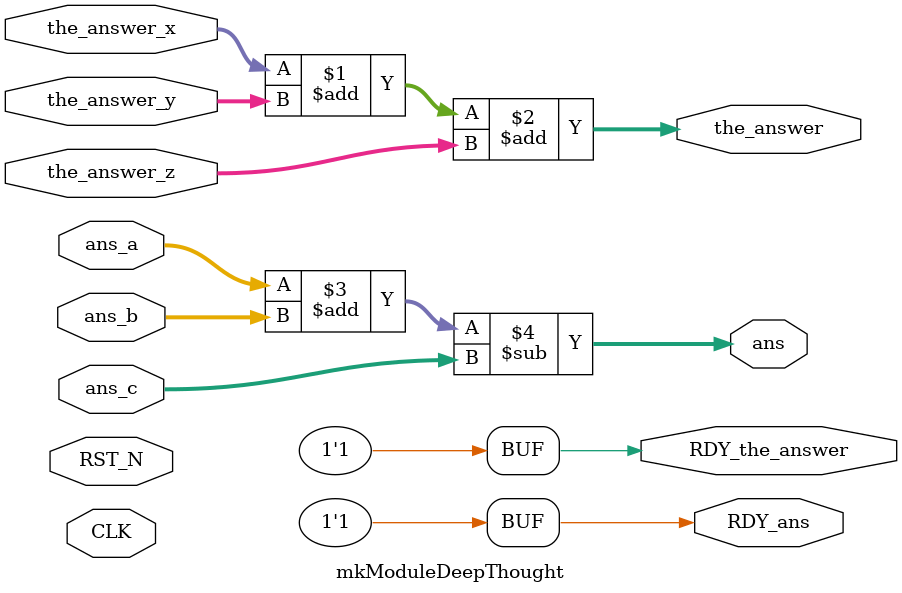
<source format=v>

`ifdef BSV_ASSIGNMENT_DELAY
`else
  `define BSV_ASSIGNMENT_DELAY
`endif

`ifdef BSV_POSITIVE_RESET
  `define BSV_RESET_VALUE 1'b1
  `define BSV_RESET_EDGE posedge
`else
  `define BSV_RESET_VALUE 1'b0
  `define BSV_RESET_EDGE negedge
`endif

module mkModuleDeepThought(CLK,
			   RST_N,

			   the_answer_x,
			   the_answer_y,
			   the_answer_z,
			   the_answer,
			   RDY_the_answer,

			   ans_a,
			   ans_b,
			   ans_c,
			   ans,
			   RDY_ans);
  input  CLK;
  input  RST_N;

  // value method the_answer
  input  [31 : 0] the_answer_x;
  input  [31 : 0] the_answer_y;
  input  [31 : 0] the_answer_z;
  output [31 : 0] the_answer;
  output RDY_the_answer;

  // value method ans
  input  [31 : 0] ans_a;
  input  [31 : 0] ans_b;
  input  [31 : 0] ans_c;
  output [31 : 0] ans;
  output RDY_ans;

  // signals for module outputs
  wire [31 : 0] ans, the_answer;
  wire RDY_ans, RDY_the_answer;

  // value method the_answer
  assign the_answer = the_answer_x + the_answer_y + the_answer_z ;
  assign RDY_the_answer = 1'd1 ;

  // value method ans
  assign ans = ans_a + ans_b - ans_c ;
  assign RDY_ans = 1'd1 ;
endmodule  // mkModuleDeepThought


</source>
